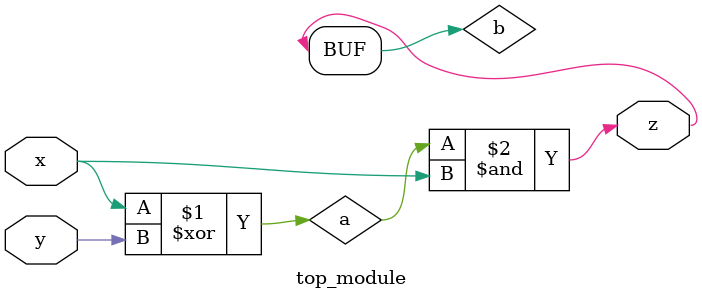
<source format=sv>
module top_module(
	input x,
	input y,
	output z);

	// Intermediate signals
	wire a;
	wire b;
	
	// Output assignment
	assign z = b;

	// XOR gate to compute x^y
	xor gate_xor_1(a, x, y);
	
	// AND gate to compute (x^y) & x
	and gate_and_1(b, a, x);
	
endmodule

</source>
